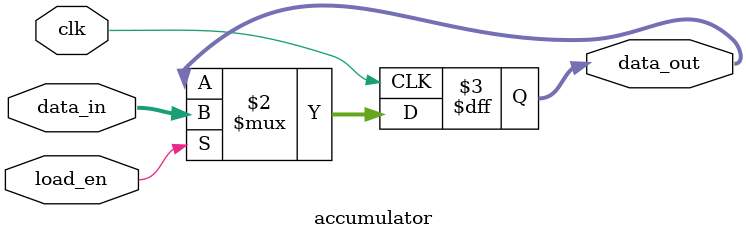
<source format=v>
module accumulator(
    input clk, load_en, 
    input [15:0] data_in,
    output reg [15:0] data_out
);
    always @ (posedge clk) begin
        data_out <= load_en ? data_in : data_out;   
    end
endmodule
</source>
